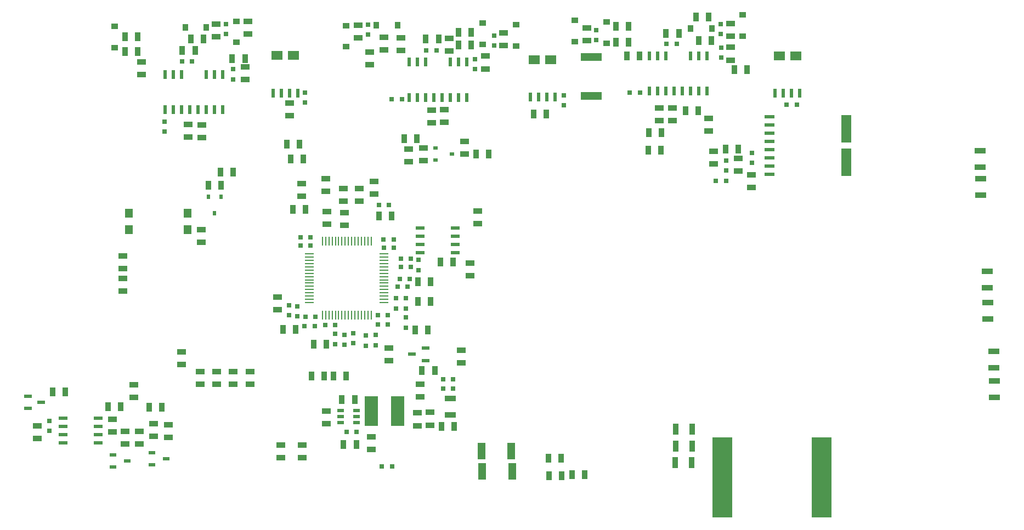
<source format=gtp>
                                                                                                                                                                                                                                                                                                                                                                                                                                                                                                                                                                                                                                                                                                                                                                                                                                                                                                                                                                                                                                                                                                                                                                                                                                                                                                                                                                                                                                                                                                                                                                                                                                                                                                                                                                                                                                                                                                                                                                                                                                                                                                                                                                                                                                                                                                                                                                                                                                                                                                                                                                                                                                                                                                                                                                                                                                                                                                                                                                                                                                                                                                                                                                                                                                                                                                                                                                                                                                                                                                                                                                                                                                                                                                                                                                                                                                                                                                                                                                                                                                                                                                                                                                                                                                                                                                                                                                                                                                                                                                                                                                                                                                                                                                                                                                                                                                                                                                                                                                                                                                                                                                                                                                                                                                                                                                                                                                                                                                                                                                                                                                                                                                                                                                                                                                                                                                                                                                                                                                                                                                                                                                                                                                                                                                                                                                                                                                                                                                                                                                                                                                                                                                                                                                                                                                                                                                                                                                                                                                                                                                                                                                                                                                                                                                                                                                                                                                                                                                                                                                                                                                                                                                                                                                                                                                                                                                                                                                                                                                                                                                                                                                                                                                                                                                                                                                                                                                                                                                                                                                                                                                                                                                                                                                                                                                                                                                                                                                                                                                                                                                                                                                                                                                                                                                                                                                                                                                                                                                                                                                                                                                                                                                                                                                                                                                                                                                                                                                                                                                                                                                                                                                                                                                                                                                                                                                                                                                                                                                                                                                                                                                                                                                                                                                                                                                                                                                                                                                                                                                                                                                                                                                                                                                                                                                                                                                                                                                                                                                                                                                                                                                                                                                                                                                                                                                                                                                                                                                                                                                                                                                                                                                                                                                                                                                                                                                                                                                                                                                                                                                                                                                                                                                                                                                                                                                                                                                                                                                                                                                                                                                                                                                                                                                                                                                                                                                                                                                                                                                                                                                                                                                                                                                                                                                                                                                                                                                                                                                                                                                                                                                                                                                                                                                                                                                                                                                                                                                                                                                                                                                                                                                                                                                                                                                                                                                                                                                                                                                                                                                                                                                                                                                                                                                                                                                                                                                                                                                                                                                                                                                                                                                                                                                                                                                                                                                                                                                                                                                                                                                                                                                                                                                                                                                                                                                                                                                                                                                                                                                                                                                                                                                                                                                                                                                                                                                                                                                                                                                                                                                                                                                                                                                                                                                                                                                                                                                                                                                                                                                                                                                                                                                                                                                                                                                                                                                                                                                                                                                                                                                                                                                                                                                                                                                                                                                                                                                                                                                                                                                                                                                                                                                                                                                                                                                                                                                                                                                                                                                                                                                                                                                                                                                                                                                                                                                                                                                                                                                                                                                                                                                                                                                                                                                                                                                                                                                                                                                                                                                                                                                                                                                                                                                                                                                                                                                                                                                                                                                                                                                                                                                                                                                                                                                                                                                                                                                                                                                                                                                                                                                                                                                                                                                                                                                                                                                                                                                                                                                                                                                                                                                                                                                                                                                                                                                                                                                                                                                                                                                                                                                                                                                                                                                                                                                                                                                                                                                                                                                                                                                                                                                                                                                                                                                                                                                                                                                                                                                                                                                                                                                                                                                                                                                                                                                                                                                                                                                                                                                                                                                                                                                                                                                                                                                                                                                                                                                                                                                                                                                                                                                                                                                                                                                                                                                                                                                                                                                                                                                                                                                                                                                                                                                                                                                                                                                                                                                                                                                                                                                                                                                                                                                                                                                                                                                                                                                                                                                                                                                                                                                                                                                                                                                                                                                                                                                                                                                                                                                                                                                                                                                                                                                                                                                                                                                                                                                                                                                                                                                                                                                                                                                                                                                                                                                                                                                                                                                                                                                                                                                                                                                                                                                                                                                                                                                                                                                                                                                                                                                                                                                                                                                                                                                                                                                                                                                                                                                                                                                                                                                                                                                                                                                                                                                                                                                                                                                                                                                                                                                                                                                                                                                                                                                                                                                                                                                                                                                                                                                                                                                                                                                                                                                                                                                                                                                                                                                                                                                                                                                                                                                                                                                                                                                                                                                                                                                                                                                                                                                                                                                                                                                                                                                                                                                                                                                                                                                                                                                                                                                                                                                                                                                                                                                                                                                                                                                                                                                                                                                                                                                                                                                                                                                                                                                                                                                                                                                                                                                                                                                                                                                                                                                                                                                                                                                                                                                                                                                                                                                                                                                                                                                                                                                                                                                                                                                                                                                                                                                                                                                                                                                                                                                                                                                                                                                                                                                                                                                                                                                                                                                                                                                                                                                                                                                                                                                                                                                                                                                                                                                                                                                                                                                                                                                                                                                                                                                                                                                                                                                                                                                                                                                                                                                                                                                                                                                                                                                                                                                                                                                                                                                                                                                                                                                                                                                                                                                                                                                                                                                                                                                                                                                                                                                                                                                                                                                                                                                                                                                                                                                                                                                                                                                                                                                                                                                                                                                                                                                                                                                                                                                                                                                                                                                                                                                                                                                                                                                                                                                                                                                                                                                                                                                                                                                                                                                                                                                                                                                                                                                                                                                                                                                                                                                                                                                                                                                                                                                                                                                                                                                                                                                                                                                                                                                                                                                                                                                                                                                                                                                                                                                                                                                                                                                                                                                                                                                                                                                                                                                                                                                                                                                                                                                                                                                                                                                                                                                                                                                                                                                                                                                                                                                                                                                                                                                                                                                                                                                                                                                                                                                                                                                                                                                                                                                                                                                                                                                                                                                                                                                                                                                                                                                                                                                                                                                                                                                                                                                                                                                                                                                                                                                                                                                                                                                                                                                                                                                                                                                                                                                                                                                                                                                                                                                                                                                                                                                                                                                                                                                                                                                                                                                                                                                                                                                                                                                                                                                                                                                                                                                                                                                                                                                                                                                                                                                                                                                                                                                                                                                                                                                                                                                                                                                                                                                                                                                                                                                                                                                                                                                                                                                                                                                                                                                                                                                                                                                                                                                                                                                                                                                                                                                                                                                                                                                                                                                                                                                                                                                                                                                                                                                                                                                                                                                                                                                                                                                                                                                                                                                                                                                                                                                                                                                                                                                                                                                                                                                                                                                                                                                                                                                                                                                                                                                                                                                                                                                                                                                                                                                                                                                                                                                                                                                                                                                                                                                                                                                                                                                                                                                                                                                                                                                                                                                                                                                                                                                                                                                                                                                                                                                                                                                                                                                                                                                                                                                                                                                                                                                                                                                                                                                                                                                                                                                                                                                                                                                                                                                                                                                                                                                                                                                                                                                                                                                                                                                                                                                                                                                                                                                                                                                                                                                                                                                                                                                                                                                                                                                                                                                                                                                                                                                                                                                                                                                                                                                                                                                                                                                                                                                                                                                                                                                                                                                                                                                                                                                                                                                                                                                                                                                                                                                                                                                                                                                                                                                                                                                                                                                                                                                                                                                                                                                                                                                                                                                                                                                                                                                                                                                                                                                                                                                                                                                                                                                                                                                                                                                                                                                                                                                                                                                                                                                                                                                                                                                                                                                                                                                                                                                                                                                                                                                                                                                                                                                                                                                                                                                                                                                                                                                                                                                                                                                                                                                                                                                                                                                                                                                                                                                                                                                                                                                                                                                                                                                                                                                                                                                                                                                                                                                                                                                                                                                                                                                                                                                                                                                                                                                                                                                                                                                                                                                                                                                                                                                                                                                                                                                                                                                                                                                                                                                                                                                                                                                                                                                                                                                                                                                                                                                                                                                                                                                                                                                                                                                                                                                                                                                                                                                                                                                                                                                                                                                                                                                                                                                                                                                                                                                                                                                                                                                                                                                                                                                                                                                                                                                                                                                                                                                                                                                                                                                                                                                                                                                                                                                                                                                                                                                                                                                                                                                                                                                                                                                                                                                                                                                                                                                                                                                                                                                                                                                                                                                                                                                                                                                                                                                                                                                                                                                                                                                                                                                                                                                                                                                                                                                                                                                                                                                                                                                                                                                                                                                                                                                                                                                                                                                                                                                                                                                                                                                                                                                                                                                                                                                                                                                                                                                                                                                                                                                                                                                                                                                                                                                                                                                                                                                                                                                                                                                                                                                                                                                                                                                                                                                                                                                                                                                                                                                                                                                                                                                                                                                                                                                                                                                                                                                                                                                                                                                                                                                                                                                                                                                                                                                                                                                                                                                                                                                                                                                                                                                                                                                                                                                                                                                                                                                                                                                                                                                                                                                                                                                                                                                                                                                                                                                                                                                                                                                                                                                                                                                                                                                                                                                                                                                                                                                                                                                                                                                                                                                                                                                                                                                                                                                                                                                                                                                                                                                                                                                                                                                                                                                                                                                                                                                                                                                                                                                                                                                                                                                                                                                                                                                                                                                                                                                                                                                                                                                                                                                                                                                                                                                                                                                                                                                                                                                                                                                                                                                                                                                                                                                                                                                                                                                                                                                                                                                                                                                                                                                                                                                                                                                                                                                                                                                                                                                                                                                                                                                                                                                                                                                                                                                                                                                                                                                                                                                                                                                                                                                                                                                                                                                                                                                                                                                                                                                                                                                                                                                                                                                                                                                                                                                                                                                                                                                                                                                                                                                                                                                                                                                                                                                                                                                                                                                                                                                                                                                                                                                                                                                                                                                                                                                                                                                                                                                                                                                                                                                                                                                                                                                                                                                                                                                                                                                                                                                                                                                                                                                                                                                                                                                                                                                                                                                                                                                                                                                                                                                                                                                                                                                                                                                                                                                                                                                                                                                                                                                                                                                                                                                                                                                                                                                                                                                                                                                                                                                                                                                                                                                                                                                                                                                                                                                                                                                                                                                                                                                                                                                                                                                                                                                                                                                                                                                                                                                                                                                                                                                                                                                                                                                                                                                                                                                                                                                                                                                                                                                                                                                                                                                                                                                                                                                                                                                                                                                                                                                                                                                                                                                                                                                                                                                                                                                                                                                                                                                                                                                                                                                                                                                                                                                                                                                                                                                                                                                                                                                                                                                                                                                                                                                                                                                                                                                                                                                                                                                                                                                                                                                                                                                                                                                                                                                                                                                                                                                                                                                                                                                                                                                                                                                                                                                                                                                                                                                                                                                                                                                                                                                                                                                                                                                                                                                                                                                                                                                                                                                                                                                                                                                                                                                                                                                                                                                                                                                                                                                                                                                                                                                                                                                                                                                                                                                                                                                                                                                                                                                                                                                                                                                                                                                                                                                                                                                                                                                                                                                                                                                                                                                                                                                                                                                                                                                                                                                                                                                                                                                                                                                                                                                                                                                                                                                                                                                                                                                                                                                                                                                                                                                                                                                                                                                                                                                                                                                                                                                                                                                                                                                                                                                                                                                                                                                                                                                                                                                                                                                                                                                                                                                                                                                                                                                                                                                                                                                                                                                                                                                                                                                                                                                                                                                                                                                                                                                                                                                                                                                                                                                                                                                                                                                                                                                                                                                                                                                                                                                                                                                                                                                                                                                                                                                                                                                                                                                                                                                                                                                                                                                                                                                                                                                                                                                                                                                                                                                                                                                                                                                                                                                                                                                                                                                                                                                                                                                                                                                                                                                                                                                                                                                                                                                                                                                                                                                                                                                                                                                                                                                                                                                                                                                                                                                                                                                                                                                                                                                                                                                                                                                                                                                                                                                                                                                                                                                                                                                                                                                                                                                                                                                                                                                                                                                                                                                                                                                                                                                                                                                                                                                                                                                                                                                                                                                                                                                                                                                                                                                                                                                                                                                                                                                                                                                                                                                                                                                                                                                                                                                                                                                                                                                                                                                                                                                                                                                                                                                                                                                                                                                                                                                                                                                                                                                                                                                                                                                                                                                                                                                                                                                                                                                                                                                                                                                                                                                                                                                                                                                                                                                                                                                                                                                                                                                                                                                                                                                                                                                                                                                                                                                                                                                                                                                                                                                                                                                                                                                                                                                                                                                                                                                                                                                                                                                                                                                                                                                                                                                                                                                                                                                                                                                                                                                                                                                                                                                                                                                                                                                                                                                                                                                                                                                                                                                                                                                                                                                                                                                                                                                                                                                                                                                                                                                                                                                                                                                                                                                                                                                                                                                                                                                                                                                                                                                                                                                                                                                                                                                                                                                                                                                                                                                                                                                                                                                                                                                                                                                                                                                                                                                                                                                                                                                                                                                                                                                                                                                                                                                                                                                                                                                                                                                                                                                                                                                                                                                                                                                                                                                                                                                                                                                                                                                                                                                                                                                                                                                                                                                                                                                                                                                                                                                                                                                                                                                                                                                                                                                                                                                                                                                                                                                                                                                                                                                                                                                                                                                                                                                                                                                                                                                                                                                                                                                                                                                                                                                                                                                                                                                                                                                                                                                                                                                                                                                                                                                                                                                                                                                                                                                                                                                                                                                                                                                                                                                                                                                                                                                                                                                                                                                                                                                                                                                                                                                                                                                                                                                                                                                                                                                                                                                                                                                                                                                                                                                                                                                                                                                                                                                                                                                                                                                                                                                                                                                                                                                                                                                                                                                                                                                                                                                                                                                                                                                                                                                                                                                                                                                                                                                                                                                                                                                                                                                                                                                                                                                                                                                                                                                                                                                                                                                                                                                                                                                                                                                                                                                                                                                                                                                                                                                                                                                                                                                                                                                                                                                                                                                                                                                                                                                                                                                                                                                                                                                                                                                                                                                                                                                                                                                                                                                                                                                                                                                                                                                                                                                                                                                                                                                                                                                                                                                                                                                                                                                                                                                                                                                                                                                                                                                                                                                                                                                                                                                                                                                                                                                                                                                                                                                                                                                                                                                                                                                                                                                                                                                                                                                                                                                                                                                                                                                                                                                                                                                                                                                                                                                                                                                                                                                                                                                                                                                                                                                                                                                                                                                                                                                                                                                                                                                                                                                                                                                                                                                                                                                                                                                                                                                                                                                                                                                                                                                                                                                                                                                                                                                                                                                                                                                                                                                                                                                                                                                                                                                                                                                                                                                                                                                                                                                                                                                                                                                                                                                                                                                                                                                                                                                                                                                                                                                                                                                                                                                                                                                                                                                                                                                                                                                                                                                                                                                                                                                                                                                                                                                                                                                                                                                                                                                                                                                                                                                                                                                                                                                                                                                                                                                                                                                                                                                                                                                                                                                                                                                                                                                                                                                                                                                                                                                                                                                                                                                                                                                                                                                                                                                                                                                                                                                                                                                                                                                                                                                                                                                                                                                                                                                                                                                                                                                                                                                                                                                                                                                                                                                                                                                                                                                                                                                                                                                                                                                                                                                                                                                                                                                                                                                                                                                                                                                                                                                                                                                                                                                                                                                                                                                                                                                                                                                                                                                                                                                                                                                             G04*
G04 #@! TF.GenerationSoftware,Altium Limited,Altium Designer,20.0.13 (296)*
G04*
G04 Layer_Color=8421504*
%FSLAX25Y25*%
%MOIN*%
G70*
G01*
G75*
%ADD21R,0.05309X0.03340*%
%ADD22R,0.03340X0.05309*%
%ADD23R,0.02200X0.05750*%
%ADD24R,0.02159X0.05821*%
%ADD25R,0.07159X0.05821*%
%ADD26R,0.03183X0.04403*%
%ADD27R,0.04403X0.03183*%
%ADD28R,0.06687X0.03734*%
%ADD29R,0.03734X0.06687*%
%ADD30R,0.02947X0.02947*%
%ADD31R,0.03931X0.01962*%
%ADD32R,0.04718X0.05505*%
%ADD33R,0.01962X0.02947*%
%ADD34R,0.04718X0.01962*%
%ADD35R,0.12789X0.04521*%
%ADD36R,0.08458X0.18498*%
%ADD37R,0.04324X0.01962*%
%ADD38R,0.12002X0.48813*%
%ADD39R,0.04521X0.01962*%
%ADD40R,0.05860X0.17080*%
%ADD41R,0.05860X0.02120*%
%ADD42R,0.04718X0.10230*%
%ADD43R,0.05604X0.02159*%
%ADD44R,0.05600X0.03600*%
%ADD45R,0.00781X0.05407*%
%ADD46R,0.05407X0.00781*%
%ADD47R,0.02947X0.02947*%
%ADD48R,0.03600X0.05600*%
%ADD49R,0.02947X0.01962*%
D21*
X272829Y306884D02*
D03*
Y299207D02*
D03*
X148734Y289584D02*
D03*
Y281907D02*
D03*
X85704Y292737D02*
D03*
Y285059D02*
D03*
X224363Y290751D02*
D03*
Y298428D02*
D03*
X356424Y305667D02*
D03*
Y313344D02*
D03*
X443926Y308216D02*
D03*
Y315893D02*
D03*
X150451Y317326D02*
D03*
Y309648D02*
D03*
X305655Y310194D02*
D03*
Y302517D02*
D03*
X217410Y315055D02*
D03*
Y307377D02*
D03*
X68000Y67661D02*
D03*
Y75339D02*
D03*
X183000Y211000D02*
D03*
Y218677D02*
D03*
X282000Y244177D02*
D03*
Y236500D02*
D03*
X170500Y51823D02*
D03*
Y59500D02*
D03*
X183500Y59677D02*
D03*
Y52000D02*
D03*
X243480Y307401D02*
D03*
Y299724D02*
D03*
X257000Y240177D02*
D03*
Y232500D02*
D03*
X400500Y257000D02*
D03*
Y264677D02*
D03*
X248000Y239677D02*
D03*
Y232000D02*
D03*
X122500Y254177D02*
D03*
Y246500D02*
D03*
X114283Y254594D02*
D03*
Y246917D02*
D03*
X408500Y257000D02*
D03*
Y264677D02*
D03*
X262240Y263377D02*
D03*
Y255700D02*
D03*
X122170Y182961D02*
D03*
Y190639D02*
D03*
X255000Y96677D02*
D03*
Y89000D02*
D03*
X225500Y57000D02*
D03*
Y64677D02*
D03*
X198000Y80177D02*
D03*
Y72500D02*
D03*
X290000Y201839D02*
D03*
Y194161D02*
D03*
X175701Y267587D02*
D03*
Y259909D02*
D03*
X22323Y71177D02*
D03*
Y63500D02*
D03*
X280000Y109661D02*
D03*
Y117339D02*
D03*
X285500Y162661D02*
D03*
Y170339D02*
D03*
X236000Y118677D02*
D03*
Y111000D02*
D03*
X208500Y207823D02*
D03*
Y215500D02*
D03*
X227000Y212323D02*
D03*
Y220000D02*
D03*
X218000Y215677D02*
D03*
Y208000D02*
D03*
X209000Y193161D02*
D03*
Y200839D02*
D03*
X197800Y221700D02*
D03*
Y214023D02*
D03*
X198500Y194000D02*
D03*
Y201677D02*
D03*
X102000Y72000D02*
D03*
Y64323D02*
D03*
X81000Y96177D02*
D03*
Y88500D02*
D03*
X84500Y60323D02*
D03*
Y68000D02*
D03*
X448534Y226336D02*
D03*
Y234013D02*
D03*
X456541Y216174D02*
D03*
Y223851D02*
D03*
X433541Y230674D02*
D03*
Y238351D02*
D03*
X430542Y258174D02*
D03*
Y250497D02*
D03*
X74500Y174500D02*
D03*
Y166823D02*
D03*
Y153323D02*
D03*
Y161000D02*
D03*
X131276Y307822D02*
D03*
Y315499D02*
D03*
X233144Y299859D02*
D03*
Y307537D02*
D03*
X121500Y96500D02*
D03*
Y104177D02*
D03*
X131500Y104339D02*
D03*
Y96661D02*
D03*
X141500D02*
D03*
Y104339D02*
D03*
X151705Y104134D02*
D03*
Y96457D02*
D03*
X269795Y263453D02*
D03*
Y255776D02*
D03*
X168524Y149500D02*
D03*
Y141823D02*
D03*
X110000Y108500D02*
D03*
Y116177D02*
D03*
X75876Y67951D02*
D03*
Y60274D02*
D03*
X93000Y64823D02*
D03*
Y72500D02*
D03*
D22*
X453896Y287801D02*
D03*
X446218D02*
D03*
X388512Y296360D02*
D03*
X380835D02*
D03*
X268138Y71008D02*
D03*
X275815D02*
D03*
X210000Y101500D02*
D03*
X202323D02*
D03*
X177823Y203000D02*
D03*
X185500D02*
D03*
X245500Y246000D02*
D03*
X253177D02*
D03*
X289000Y236500D02*
D03*
X296677D02*
D03*
X196756Y101496D02*
D03*
X189079D02*
D03*
X261527Y158925D02*
D03*
X253850D02*
D03*
X253823Y147000D02*
D03*
X261500D02*
D03*
X98177Y82500D02*
D03*
X90500D02*
D03*
X65500Y83000D02*
D03*
X73177D02*
D03*
X126323Y217500D02*
D03*
X134000D02*
D03*
X141500Y225500D02*
D03*
X133823D02*
D03*
X424000Y263008D02*
D03*
X416323D02*
D03*
X267323Y171000D02*
D03*
X275000D02*
D03*
X39500Y92000D02*
D03*
X31823D02*
D03*
X237839Y199000D02*
D03*
X230161D02*
D03*
X181887Y242690D02*
D03*
X174210D02*
D03*
X176550Y233500D02*
D03*
X184227D02*
D03*
X179339Y130000D02*
D03*
X171661D02*
D03*
X440703Y239674D02*
D03*
X448380D02*
D03*
X401838Y249500D02*
D03*
X394161D02*
D03*
X333323Y41000D02*
D03*
X341000D02*
D03*
X355000Y41500D02*
D03*
X347323D02*
D03*
X123554Y306601D02*
D03*
X115877D02*
D03*
X432000Y305500D02*
D03*
X424323D02*
D03*
X278563Y302853D02*
D03*
X286240D02*
D03*
X422905Y319996D02*
D03*
X430582D02*
D03*
X75823Y308000D02*
D03*
X83500D02*
D03*
X381963Y314339D02*
D03*
X374286D02*
D03*
X75815Y299000D02*
D03*
X83492D02*
D03*
X381908Y304549D02*
D03*
X374230D02*
D03*
X278500Y310500D02*
D03*
X286177D02*
D03*
X190323Y121000D02*
D03*
X198000D02*
D03*
X331803Y260894D02*
D03*
X324126D02*
D03*
X333000Y51500D02*
D03*
X340677D02*
D03*
X401500Y239000D02*
D03*
X393823D02*
D03*
X259677Y129500D02*
D03*
X252000D02*
D03*
D23*
X99992Y284950D02*
D03*
X104992D02*
D03*
X109992D02*
D03*
X124992D02*
D03*
X129992D02*
D03*
X134992D02*
D03*
Y263500D02*
D03*
X129992D02*
D03*
X124992D02*
D03*
X119992D02*
D03*
X114992D02*
D03*
X109992D02*
D03*
X104992D02*
D03*
X99992D02*
D03*
X394492Y296225D02*
D03*
X399492D02*
D03*
X404492D02*
D03*
X419492D02*
D03*
X424492D02*
D03*
X429492D02*
D03*
Y274775D02*
D03*
X424492D02*
D03*
X419492D02*
D03*
X414492D02*
D03*
X409492D02*
D03*
X404492D02*
D03*
X399492D02*
D03*
X394492D02*
D03*
X248492Y292450D02*
D03*
X253492D02*
D03*
X258492D02*
D03*
X273492D02*
D03*
X278492D02*
D03*
X283492D02*
D03*
Y271000D02*
D03*
X278492D02*
D03*
X273492D02*
D03*
X268492D02*
D03*
X263492D02*
D03*
X258492D02*
D03*
X253492D02*
D03*
X248492D02*
D03*
D24*
X180795Y273658D02*
D03*
X175795D02*
D03*
X170795D02*
D03*
X165795D02*
D03*
X337000Y271122D02*
D03*
X332000D02*
D03*
X327000D02*
D03*
X322000D02*
D03*
X470927Y273562D02*
D03*
X475927D02*
D03*
X480927D02*
D03*
X485927D02*
D03*
D25*
X168295Y296414D02*
D03*
X178295D02*
D03*
X324500Y293878D02*
D03*
X334500D02*
D03*
X483427Y296318D02*
D03*
X473427D02*
D03*
D26*
X112320Y313511D02*
D03*
X125194D02*
D03*
X419597Y312771D02*
D03*
X432471D02*
D03*
X241418Y315040D02*
D03*
X228544D02*
D03*
D27*
X368463Y316935D02*
D03*
Y304061D02*
D03*
X69565Y301290D02*
D03*
Y314164D02*
D03*
X293282Y316258D02*
D03*
Y303384D02*
D03*
X349249Y317863D02*
D03*
Y304989D02*
D03*
X451129Y308244D02*
D03*
Y321118D02*
D03*
X143311Y317391D02*
D03*
Y304517D02*
D03*
X313548Y315243D02*
D03*
Y302368D02*
D03*
X210002Y314654D02*
D03*
Y301780D02*
D03*
D28*
X599926Y155199D02*
D03*
Y165238D02*
D03*
X603710Y106537D02*
D03*
Y116576D02*
D03*
X604051Y88645D02*
D03*
Y98685D02*
D03*
X600266Y136114D02*
D03*
Y146154D02*
D03*
X595969Y211464D02*
D03*
Y221504D02*
D03*
X595628Y228674D02*
D03*
Y238714D02*
D03*
X273500Y78000D02*
D03*
Y88039D02*
D03*
D29*
X410068Y48764D02*
D03*
X420107D02*
D03*
X420372Y58898D02*
D03*
X410333D02*
D03*
X420425Y69191D02*
D03*
X410386D02*
D03*
D30*
X361982Y305815D02*
D03*
Y311918D02*
D03*
X437732Y309449D02*
D03*
Y315552D02*
D03*
X137096Y309449D02*
D03*
Y315552D02*
D03*
X300282Y302517D02*
D03*
Y308619D02*
D03*
X223482Y309263D02*
D03*
Y315366D02*
D03*
X246500Y137102D02*
D03*
Y131000D02*
D03*
X228000Y120398D02*
D03*
Y126500D02*
D03*
X203500Y121000D02*
D03*
Y127102D02*
D03*
X342500Y272311D02*
D03*
Y266209D02*
D03*
X185150Y273886D02*
D03*
Y267783D02*
D03*
X456942Y237277D02*
D03*
Y231174D02*
D03*
X214500Y121449D02*
D03*
Y127551D02*
D03*
X209000Y120449D02*
D03*
Y126551D02*
D03*
X175500Y144602D02*
D03*
Y138500D02*
D03*
X441042Y232725D02*
D03*
Y226623D02*
D03*
X180500Y144051D02*
D03*
Y137949D02*
D03*
X288510Y294264D02*
D03*
Y288162D02*
D03*
X438026Y301207D02*
D03*
Y295104D02*
D03*
X141446Y288146D02*
D03*
Y282044D02*
D03*
X29823Y74299D02*
D03*
Y68197D02*
D03*
X222000Y120000D02*
D03*
Y126102D02*
D03*
X254047Y166012D02*
D03*
Y172114D02*
D03*
X99717Y250264D02*
D03*
Y256366D02*
D03*
D31*
X100661Y51240D02*
D03*
X92000Y47500D02*
D03*
Y54980D02*
D03*
X68338Y53740D02*
D03*
Y46260D02*
D03*
X77000Y50000D02*
D03*
D32*
X113716Y190500D02*
D03*
Y200500D02*
D03*
X78284D02*
D03*
Y190500D02*
D03*
D33*
X130260Y200657D02*
D03*
X126520Y210500D02*
D03*
X134000D02*
D03*
D34*
X250232Y114760D02*
D03*
X258500Y118500D02*
D03*
Y111020D02*
D03*
D35*
X359238Y295423D02*
D03*
Y271801D02*
D03*
D36*
X225594Y80236D02*
D03*
X241342D02*
D03*
D37*
X206697Y80630D02*
D03*
Y76890D02*
D03*
Y73150D02*
D03*
X216539D02*
D03*
Y76890D02*
D03*
Y80630D02*
D03*
D38*
X499217Y40000D02*
D03*
X438783D02*
D03*
D39*
X16886Y89240D02*
D03*
Y81760D02*
D03*
X24760Y85500D02*
D03*
D40*
X514034Y231674D02*
D03*
Y251753D02*
D03*
D41*
X467616Y259213D02*
D03*
Y254214D02*
D03*
Y249214D02*
D03*
Y244214D02*
D03*
Y239213D02*
D03*
Y234213D02*
D03*
Y229214D02*
D03*
Y224214D02*
D03*
D42*
X311000Y43500D02*
D03*
X292890D02*
D03*
X292390Y56000D02*
D03*
X310500D02*
D03*
D43*
X38146Y61000D02*
D03*
Y66000D02*
D03*
Y71000D02*
D03*
Y76000D02*
D03*
X59500D02*
D03*
Y71000D02*
D03*
Y66000D02*
D03*
Y61000D02*
D03*
X255228Y176602D02*
D03*
Y181602D02*
D03*
Y186602D02*
D03*
Y191602D02*
D03*
X276583D02*
D03*
Y186602D02*
D03*
Y181602D02*
D03*
Y176602D02*
D03*
D44*
X294659Y296369D02*
D03*
Y288369D02*
D03*
X443787Y293687D02*
D03*
Y301687D02*
D03*
X253359Y71377D02*
D03*
Y79377D02*
D03*
X261295Y71600D02*
D03*
Y79600D02*
D03*
D45*
X195779Y138453D02*
D03*
X197748D02*
D03*
X199716D02*
D03*
X201685D02*
D03*
X203653D02*
D03*
X205622D02*
D03*
X207590D02*
D03*
X209559D02*
D03*
X211527D02*
D03*
X213496D02*
D03*
X215464D02*
D03*
X217433D02*
D03*
X219401D02*
D03*
X221370D02*
D03*
X223339D02*
D03*
X225307D02*
D03*
Y183634D02*
D03*
X223339D02*
D03*
X221370D02*
D03*
X219401D02*
D03*
X217433D02*
D03*
X215464D02*
D03*
X213496D02*
D03*
X211527D02*
D03*
X209559D02*
D03*
X207590D02*
D03*
X205622D02*
D03*
X203653D02*
D03*
X201685D02*
D03*
X199716D02*
D03*
X197748D02*
D03*
X195779D02*
D03*
D46*
X233134Y146280D02*
D03*
Y148248D02*
D03*
Y150216D02*
D03*
Y152185D02*
D03*
Y154154D02*
D03*
Y156122D02*
D03*
Y158091D02*
D03*
Y160059D02*
D03*
Y162028D02*
D03*
Y163996D02*
D03*
Y165965D02*
D03*
Y167933D02*
D03*
Y169902D02*
D03*
Y171870D02*
D03*
Y173839D02*
D03*
Y175807D02*
D03*
X187953D02*
D03*
Y173839D02*
D03*
Y171870D02*
D03*
Y169902D02*
D03*
Y167933D02*
D03*
Y165965D02*
D03*
Y163996D02*
D03*
Y162028D02*
D03*
Y160059D02*
D03*
Y158091D02*
D03*
Y156122D02*
D03*
Y154154D02*
D03*
Y152185D02*
D03*
Y150216D02*
D03*
Y148248D02*
D03*
Y146280D02*
D03*
D47*
X231898Y46500D02*
D03*
X238000D02*
D03*
X236102Y205500D02*
D03*
X230000D02*
D03*
X246551Y142500D02*
D03*
X240449D02*
D03*
X483996Y266546D02*
D03*
X477894D02*
D03*
X182500Y181000D02*
D03*
X188602D02*
D03*
X184949Y132000D02*
D03*
X191051D02*
D03*
X239000Y184500D02*
D03*
X232898D02*
D03*
X203500Y132500D02*
D03*
X197398D02*
D03*
X185398Y137500D02*
D03*
X191500D02*
D03*
X246551Y149000D02*
D03*
X240449D02*
D03*
X243449Y173000D02*
D03*
X249551D02*
D03*
X239102Y179500D02*
D03*
X233000D02*
D03*
X235500Y138500D02*
D03*
X229398D02*
D03*
X188551Y186000D02*
D03*
X182449D02*
D03*
X243449Y168000D02*
D03*
X249551D02*
D03*
X434939Y220174D02*
D03*
X441042D02*
D03*
X265000Y299500D02*
D03*
X258898D02*
D03*
X411043Y303441D02*
D03*
X404941D02*
D03*
X116602Y293000D02*
D03*
X110500D02*
D03*
X210398Y67500D02*
D03*
X216500D02*
D03*
X235500Y133000D02*
D03*
X229398D02*
D03*
X269000Y94000D02*
D03*
X275102D02*
D03*
X269000Y99500D02*
D03*
X275102D02*
D03*
X237898Y270000D02*
D03*
X244000D02*
D03*
X382591Y273886D02*
D03*
X388693D02*
D03*
X241398Y156000D02*
D03*
X247500D02*
D03*
X242728Y160674D02*
D03*
X248831D02*
D03*
D48*
X266500Y306500D02*
D03*
X258500D02*
D03*
X412500Y310000D02*
D03*
X404500D02*
D03*
X118500Y299500D02*
D03*
X110500D02*
D03*
X148700Y294657D02*
D03*
X140700D02*
D03*
X256000Y105000D02*
D03*
X264000D02*
D03*
X207484Y87323D02*
D03*
X215484D02*
D03*
X216500Y60000D02*
D03*
X208500D02*
D03*
D49*
X264579Y240240D02*
D03*
Y232760D02*
D03*
X274421Y236500D02*
D03*
M02*

</source>
